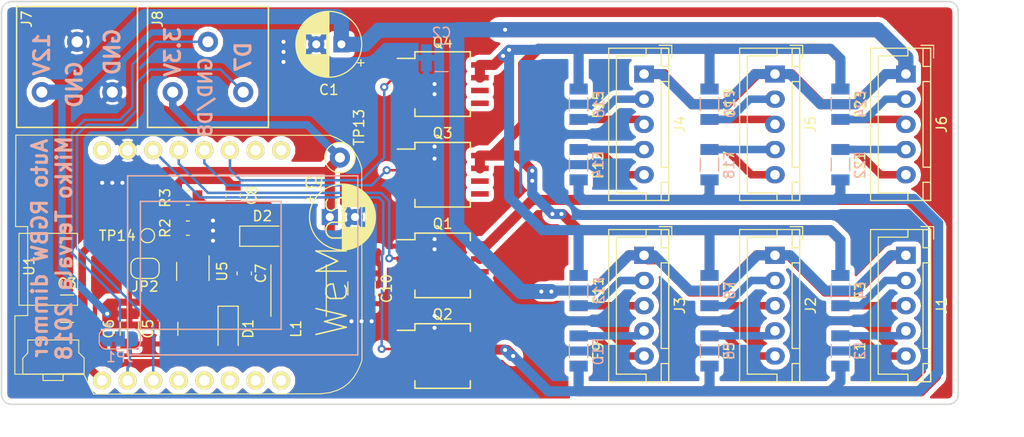
<source format=kicad_pcb>
(kicad_pcb (version 20171130) (host pcbnew "(5.0.0-rc2-dev-321-g78161b592)")
  (layers (0 F.Cu signal) (31 B.Cu signal) (34 B.Paste user) (35 F.Paste user) (36 B.SilkS user) (37 F.SilkS user) (38 B.Mask user) (39 F.Mask user) (44 Edge.Cuts user))
  (net 0 "")
  (net 1 GND)
  (net 2 +12V)
  (net 3 +3V3)
  (net 4 "Net-(C7-Pad1)")
  (net 5 "Net-(C7-Pad2)")
  (net 6 "Net-(C8-Pad1)")
  (net 7 "Net-(F1-Pad1)")
  (net 8 "Net-(F1-Pad2)")
  (net 9 "Net-(F10-Pad2)")
  (net 10 "Net-(F2-Pad1)")
  (net 11 "Net-(F3-Pad1)")
  (net 12 "Net-(F11-Pad2)")
  (net 13 "Net-(F12-Pad2)")
  (net 14 "Net-(F4-Pad1)")
  (net 15 "Net-(F5-Pad1)")
  (net 16 "Net-(F6-Pad1)")
  (net 17 "Net-(F7-Pad1)")
  (net 18 "Net-(F8-Pad1)")
  (net 19 "Net-(F9-Pad1)")
  (net 20 "Net-(F10-Pad1)")
  (net 21 "Net-(F11-Pad1)")
  (net 22 "Net-(F12-Pad1)")
  (net 23 "Net-(F13-Pad1)")
  (net 24 "Net-(F14-Pad1)")
  (net 25 "Net-(F15-Pad1)")
  (net 26 "Net-(F16-Pad1)")
  (net 27 "Net-(F17-Pad1)")
  (net 28 "Net-(F18-Pad1)")
  (net 29 "Net-(F19-Pad1)")
  (net 30 "Net-(F20-Pad1)")
  (net 31 "Net-(U1-Pad8)")
  (net 32 "Net-(U1-Pad7)")
  (net 33 fet_R)
  (net 34 fet_G)
  (net 35 fet_B)
  (net 36 fet_W)
  (net 37 "Net-(U1-Pad1)")
  (net 38 "Net-(U1-Pad13)")
  (net 39 "Net-(U1-Pad12)")
  (net 40 "Net-(U1-Pad11)")
  (net 41 "Net-(U1-Pad10)")
  (net 42 "Net-(U1-Pad9)")
  (net 43 "Net-(F21-Pad1)")
  (net 44 "Net-(F22-Pad1)")
  (net 45 "Net-(F23-Pad1)")
  (net 46 "Net-(F24-Pad1)")
  (net 47 "Net-(J8-Pad3)")
  (net 48 "Net-(JP1-Pad3)")
  (net 49 "Net-(J8-Pad2)")
  (net 50 "Net-(JP2-Pad1)")
  (module Jumper:SolderJumper-2_P1.3mm_Bridged_RoundedPad1.0x1.5mm (layer F.Cu) (at 126.25 79.5 180)
    (fp_text reference JP2 (at 0 -1.8 180) (layer F.SilkS))
    (fp_text value SolderJumper_2_Bridged)
    (pad 1 smd rect (at 0 0 180) (size 0.5 0.6) (layers F.Cu F.Mask) (net 50 "Net-(JP2-Pad1)"))
    (pad 2 smd roundrect (at 0.65 0 180) (size 1 1.5) (layers F.Cu F.Mask) (roundrect_rratio 0.5) (net 2 +12V))
    (pad 1 smd roundrect (at -0.65 0 180) (size 1 1.5) (layers F.Cu F.Mask) (roundrect_rratio 0.5) (net 50 "Net-(JP2-Pad1)"))
    (pad 1 smd rect (at -0.4 0 180) (size 0.5 1.5) (layers F.Cu F.Mask) (net 50 "Net-(JP2-Pad1)"))
    (pad 2 smd rect (at 0.4 0 180) (size 0.5 1.5) (layers F.Cu F.Mask) (net 2 +12V))
  )
  (module TestPoint:TestPoint_Pad_D1.0mm (layer F.Cu) (at 126.5 76.25)
    (fp_text reference TP14 (at -3 0) (layer F.SilkS))
    (fp_text value SHDN)
    (pad 1 smd circle (at 0 0) (size 1 1) (layers F.Cu F.Mask) (net 50 "Net-(JP2-Pad1)"))
  )
  (module aOmat_liittimet:WJ250B-3.50-3P (layer F.Cu) (at 132.5 59.5)
    (fp_text reference J8 (at -5 -4.75 90) (layer F.SilkS))
    (fp_text value Conn_01x03)
    (pad 1 thru_hole circle (at -3.5 2.5) (size 2 2) (drill 1.1) (layers *.Cu *.Mask) (net 3 +3V3))
    (pad 2 thru_hole circle (at 0 -2.5) (size 2 2) (drill 1.1) (layers *.Cu *.Mask) (net 49 "Net-(J8-Pad2)"))
    (pad 3 thru_hole circle (at 3.5 2.5) (size 2 2) (drill 1.1) (layers *.Cu *.Mask) (net 47 "Net-(J8-Pad3)"))
  )
  (module wemos_d1_mini:D1_mini_board (layer F.Cu) (at 129.6 79.2 270)
    (fp_text reference U1 (at 0.05 14.85 270) (layer F.SilkS))
    (fp_text value WeMos_mini)
    (fp_text user WeMos (at 0 -15.24 270) (layer F.SilkS) (effects (font (size 3 3))))
    (pad 9 thru_hole circle (at 11.43 -10.16 270) (size 1.8 1.8) (drill 1.016) (layers *.Cu *.Mask F.SilkS) (net 42 "Net-(U1-Pad9)"))
    (pad 10 thru_hole circle (at 11.43 -7.62 270) (size 1.8 1.8) (drill 1.016) (layers *.Cu *.Mask F.SilkS) (net 41 "Net-(U1-Pad10)"))
    (pad 11 thru_hole circle (at 11.43 -5.08 270) (size 1.8 1.8) (drill 1.016) (layers *.Cu *.Mask F.SilkS) (net 40 "Net-(U1-Pad11)"))
    (pad 12 thru_hole circle (at 11.43 -2.54 270) (size 1.8 1.8) (drill 1.016) (layers *.Cu *.Mask F.SilkS) (net 39 "Net-(U1-Pad12)"))
    (pad 13 thru_hole circle (at 11.43 0 270) (size 1.8 1.8) (drill 1.016) (layers *.Cu *.Mask F.SilkS) (net 38 "Net-(U1-Pad13)"))
    (pad 14 thru_hole circle (at 11.43 2.54 270) (size 1.8 1.8) (drill 1.016) (layers *.Cu *.Mask F.SilkS) (net 47 "Net-(J8-Pad3)"))
    (pad 15 thru_hole circle (at 11.43 5.08 270) (size 1.8 1.8) (drill 1.016) (layers *.Cu *.Mask F.SilkS) (net 48 "Net-(JP1-Pad3)"))
    (pad 16 thru_hole circle (at 11.43 7.62 270) (size 1.8 1.8) (drill 1.016) (layers *.Cu *.Mask F.SilkS) (net 3 +3V3))
    (pad 1 thru_hole circle (at -11.43 7.62 270) (size 1.8 1.8) (drill 1.016) (layers *.Cu *.Mask F.SilkS) (net 37 "Net-(U1-Pad1)"))
    (pad 2 thru_hole circle (at -11.43 5.08 270) (size 1.8 1.8) (drill 1.016) (layers *.Cu *.Mask F.SilkS) (net 1 GND))
    (pad 3 thru_hole circle (at -11.43 2.54 270) (size 1.8 1.8) (drill 1.016) (layers *.Cu *.Mask F.SilkS) (net 36 fet_W))
    (pad 4 thru_hole circle (at -11.43 0 270) (size 1.8 1.8) (drill 1.016) (layers *.Cu *.Mask F.SilkS) (net 35 fet_B))
    (pad 5 thru_hole circle (at -11.43 -2.54 270) (size 1.8 1.8) (drill 1.016) (layers *.Cu *.Mask F.SilkS) (net 33 fet_R))
    (pad 6 thru_hole circle (at -11.43 -5.08 270) (size 1.8 1.8) (drill 1.016) (layers *.Cu *.Mask F.SilkS) (net 34 fet_G))
    (pad 7 thru_hole circle (at -11.43 -7.62 270) (size 1.8 1.8) (drill 1.016) (layers *.Cu *.Mask F.SilkS) (net 32 "Net-(U1-Pad7)"))
    (pad 8 thru_hole circle (at -11.43 -10.16 270) (size 1.8 1.8) (drill 1.016) (layers *.Cu *.Mask F.SilkS) (net 31 "Net-(U1-Pad8)"))
  )
  (module Jumper:SolderJumper-3_P1.3mm_Bridged12_RoundedPad1.0x1.5mm (layer B.Cu) (at 123.75 86.5)
    (fp_text reference JP1 (at 0 1.8) (layer B.SilkS) (effects (justify mirror)))
    (fp_text value SolderJumper_3_Bridged12)
    (pad 1 smd roundrect (at -1.3 0) (size 1 1.5) (layers B.Cu B.Mask) (roundrect_rratio 0.5) (net 1 GND))
    (pad 1 smd rect (at -1 0) (size 0.5 1.5) (layers B.Cu B.Mask) (net 1 GND))
    (pad 2 smd rect (at 0 0) (size 1 1.5) (layers B.Cu B.Mask) (net 49 "Net-(J8-Pad2)"))
    (pad 3 smd roundrect (at 1.3 0) (size 1 1.5) (layers B.Cu B.Mask) (roundrect_rratio 0.5) (net 48 "Net-(JP1-Pad3)"))
    (pad 3 smd rect (at 1 0) (size 0.5 1.5) (layers B.Cu B.Mask) (net 48 "Net-(JP1-Pad3)"))
    (pad 1 smd rect (at -0.65 0) (size 0.5 0.6) (layers B.Cu B.Mask) (net 1 GND))
  )
  (module Capacitor_SMD:C_0805_2012Metric (layer F.Cu) (at 135 72.25 270)
    (fp_text reference C8 (at 0 -1.85 270) (layer F.SilkS))
    (fp_text value 10pF)
    (pad 2 smd rect (at 0.955 0 270) (size 0.97 1.5) (layers F.Cu F.Paste F.Mask) (net 3 +3V3))
    (pad 1 smd rect (at -0.955 0 270) (size 0.97 1.5) (layers F.Cu F.Paste F.Mask) (net 6 "Net-(C8-Pad1)"))
  )
  (module Connector_JST:JST_XH_B05B-XH-A_1x05_P2.50mm_Vertical (layer F.Cu) (at 175.8 78.2 270)
    (fp_text reference J3 (at 5 -3.55 270) (layer F.SilkS))
    (fp_text value Conn_01x05_Male)
    (pad 5 thru_hole oval (at 10 0 270) (size 1.7 1.95) (drill 0.95) (layers *.Cu *.Mask) (net 19 "Net-(F9-Pad1)"))
    (pad 4 thru_hole oval (at 7.5 0 270) (size 1.7 1.95) (drill 0.95) (layers *.Cu *.Mask) (net 20 "Net-(F10-Pad1)"))
    (pad 3 thru_hole oval (at 5 0 270) (size 1.7 1.95) (drill 0.95) (layers *.Cu *.Mask) (net 21 "Net-(F11-Pad1)"))
    (pad 2 thru_hole oval (at 2.5 0 270) (size 1.7 1.95) (drill 0.95) (layers *.Cu *.Mask) (net 22 "Net-(F12-Pad1)"))
    (pad 1 thru_hole rect (at 0 0 270) (size 1.7 1.95) (drill 0.95) (layers *.Cu *.Mask) (net 2 +12V))
  )
  (module Fuse:Fuse_1206_3216Metric (layer B.Cu) (at 195.3 87.695 270)
    (fp_text reference F2 (at 0 -1.95 270) (layer B.SilkS) (effects (justify mirror)))
    (fp_text value Polyfuse_Small)
    (pad 2 smd rect (at 1.505 0 270) (size 1.07 1.8) (layers B.Cu B.Paste B.Mask) (net 9 "Net-(F10-Pad2)"))
    (pad 1 smd rect (at -1.505 0 270) (size 1.07 1.8) (layers B.Cu B.Paste B.Mask) (net 10 "Net-(F2-Pad1)"))
  )
  (module Fuse:Fuse_1206_3216Metric (layer F.Cu) (at 195.3 87.7 270)
    (fp_text reference F1 (at 0 -1.95 270) (layer F.SilkS))
    (fp_text value Polyfuse_Small)
    (pad 2 smd rect (at 1.505 0 270) (size 1.07 1.8) (layers F.Cu F.Paste F.Mask) (net 8 "Net-(F1-Pad2)"))
    (pad 1 smd rect (at -1.505 0 270) (size 1.07 1.8) (layers F.Cu F.Paste F.Mask) (net 7 "Net-(F1-Pad1)"))
  )
  (module Fuse:Fuse_1206_3216Metric (layer B.Cu) (at 195.3 81.705 90)
    (fp_text reference F4 (at 0 2.05 90) (layer B.SilkS) (effects (justify mirror)))
    (fp_text value Polyfuse_Small)
    (pad 2 smd rect (at 1.505 0 90) (size 1.07 1.8) (layers B.Cu B.Paste B.Mask) (net 13 "Net-(F12-Pad2)"))
    (pad 1 smd rect (at -1.505 0 90) (size 1.07 1.8) (layers B.Cu B.Paste B.Mask) (net 14 "Net-(F4-Pad1)"))
  )
  (module Fuse:Fuse_1206_3216Metric (layer B.Cu) (at 182.3 87.7 270)
    (fp_text reference F6 (at 0 -1.95 270) (layer B.SilkS) (effects (justify mirror)))
    (fp_text value Polyfuse_Small)
    (pad 2 smd rect (at 1.505 0 270) (size 1.07 1.8) (layers B.Cu B.Paste B.Mask) (net 9 "Net-(F10-Pad2)"))
    (pad 1 smd rect (at -1.505 0 270) (size 1.07 1.8) (layers B.Cu B.Paste B.Mask) (net 16 "Net-(F6-Pad1)"))
  )
  (module Fuse:Fuse_1206_3216Metric (layer B.Cu) (at 182.3 81.7 90)
    (fp_text reference F8 (at 0 2.05 90) (layer B.SilkS) (effects (justify mirror)))
    (fp_text value Polyfuse_Small)
    (pad 2 smd rect (at 1.505 0 90) (size 1.07 1.8) (layers B.Cu B.Paste B.Mask) (net 13 "Net-(F12-Pad2)"))
    (pad 1 smd rect (at -1.505 0 90) (size 1.07 1.8) (layers B.Cu B.Paste B.Mask) (net 18 "Net-(F8-Pad1)"))
  )
  (module Fuse:Fuse_1206_3216Metric (layer F.Cu) (at 169.3 87.7 270)
    (fp_text reference F9 (at 0 -1.95 270) (layer F.SilkS))
    (fp_text value Polyfuse_Small)
    (pad 2 smd rect (at 1.505 0 270) (size 1.07 1.8) (layers F.Cu F.Paste F.Mask) (net 8 "Net-(F1-Pad2)"))
    (pad 1 smd rect (at -1.505 0 270) (size 1.07 1.8) (layers F.Cu F.Paste F.Mask) (net 19 "Net-(F9-Pad1)"))
  )
  (module Fuse:Fuse_1206_3216Metric (layer F.Cu) (at 182.3 87.7 270)
    (fp_text reference F5 (at 0 -1.95 270) (layer F.SilkS))
    (fp_text value Polyfuse_Small)
    (pad 2 smd rect (at 1.505 0 270) (size 1.07 1.8) (layers F.Cu F.Paste F.Mask) (net 8 "Net-(F1-Pad2)"))
    (pad 1 smd rect (at -1.505 0 270) (size 1.07 1.8) (layers F.Cu F.Paste F.Mask) (net 15 "Net-(F5-Pad1)"))
  )
  (module Fuse:Fuse_1206_3216Metric (layer B.Cu) (at 169.3 87.705 270)
    (fp_text reference F10 (at 0.045 -1.95 270) (layer B.SilkS) (effects (justify mirror)))
    (fp_text value Polyfuse_Small)
    (pad 2 smd rect (at 1.505 0 270) (size 1.07 1.8) (layers B.Cu B.Paste B.Mask) (net 9 "Net-(F10-Pad2)"))
    (pad 1 smd rect (at -1.505 0 270) (size 1.07 1.8) (layers B.Cu B.Paste B.Mask) (net 20 "Net-(F10-Pad1)"))
  )
  (module Fuse:Fuse_1206_3216Metric (layer F.Cu) (at 169.3 81.705 90)
    (fp_text reference F11 (at 0 1.95 90) (layer F.SilkS))
    (fp_text value Polyfuse_Small)
    (pad 2 smd rect (at 1.505 0 90) (size 1.07 1.8) (layers F.Cu F.Paste F.Mask) (net 12 "Net-(F11-Pad2)"))
    (pad 1 smd rect (at -1.505 0 90) (size 1.07 1.8) (layers F.Cu F.Paste F.Mask) (net 21 "Net-(F11-Pad1)"))
  )
  (module Fuse:Fuse_1206_3216Metric (layer F.Cu) (at 169.3 69.2 270)
    (fp_text reference F13 (at 0.05 -1.95 270) (layer F.SilkS))
    (fp_text value Polyfuse_Small)
    (pad 2 smd rect (at 1.505 0 270) (size 1.07 1.8) (layers F.Cu F.Paste F.Mask) (net 8 "Net-(F1-Pad2)"))
    (pad 1 smd rect (at -1.505 0 270) (size 1.07 1.8) (layers F.Cu F.Paste F.Mask) (net 23 "Net-(F13-Pad1)"))
  )
  (module Fuse:Fuse_1206_3216Metric (layer B.Cu) (at 169.3 69.2 270)
    (fp_text reference F14 (at 0 -1.95 270) (layer B.SilkS) (effects (justify mirror)))
    (fp_text value Polyfuse_Small)
    (pad 2 smd rect (at 1.505 0 270) (size 1.07 1.8) (layers B.Cu B.Paste B.Mask) (net 9 "Net-(F10-Pad2)"))
    (pad 1 smd rect (at -1.505 0 270) (size 1.07 1.8) (layers B.Cu B.Paste B.Mask) (net 24 "Net-(F14-Pad1)"))
  )
  (module Fuse:Fuse_1206_3216Metric (layer F.Cu) (at 169.3 63.2 90)
    (fp_text reference F15 (at -0.05 1.95 90) (layer F.SilkS))
    (fp_text value Polyfuse_Small)
    (pad 2 smd rect (at 1.505 0 90) (size 1.07 1.8) (layers F.Cu F.Paste F.Mask) (net 12 "Net-(F11-Pad2)"))
    (pad 1 smd rect (at -1.505 0 90) (size 1.07 1.8) (layers F.Cu F.Paste F.Mask) (net 25 "Net-(F15-Pad1)"))
  )
  (module Fuse:Fuse_1206_3216Metric (layer B.Cu) (at 169.3 63.2 90)
    (fp_text reference F16 (at 0 2.05 90) (layer B.SilkS) (effects (justify mirror)))
    (fp_text value Polyfuse_Small)
    (pad 2 smd rect (at 1.505 0 90) (size 1.07 1.8) (layers B.Cu B.Paste B.Mask) (net 13 "Net-(F12-Pad2)"))
    (pad 1 smd rect (at -1.505 0 90) (size 1.07 1.8) (layers B.Cu B.Paste B.Mask) (net 26 "Net-(F16-Pad1)"))
  )
  (module Fuse:Fuse_1206_3216Metric (layer F.Cu) (at 182.3 69.2 270)
    (fp_text reference F17 (at 0 -1.95 270) (layer F.SilkS))
    (fp_text value Polyfuse_Small)
    (pad 2 smd rect (at 1.505 0 270) (size 1.07 1.8) (layers F.Cu F.Paste F.Mask) (net 8 "Net-(F1-Pad2)"))
    (pad 1 smd rect (at -1.505 0 270) (size 1.07 1.8) (layers F.Cu F.Paste F.Mask) (net 27 "Net-(F17-Pad1)"))
  )
  (module Fuse:Fuse_1206_3216Metric (layer B.Cu) (at 182.3 69.2 270)
    (fp_text reference F18 (at 0.05 -1.95 270) (layer B.SilkS) (effects (justify mirror)))
    (fp_text value Polyfuse_Small)
    (pad 2 smd rect (at 1.505 0 270) (size 1.07 1.8) (layers B.Cu B.Paste B.Mask) (net 9 "Net-(F10-Pad2)"))
    (pad 1 smd rect (at -1.505 0 270) (size 1.07 1.8) (layers B.Cu B.Paste B.Mask) (net 28 "Net-(F18-Pad1)"))
  )
  (module Fuse:Fuse_1206_3216Metric (layer F.Cu) (at 182.3 63.2 90)
    (fp_text reference F19 (at 0.2 1.95 90) (layer F.SilkS))
    (fp_text value Polyfuse_Small)
    (pad 2 smd rect (at 1.505 0 90) (size 1.07 1.8) (layers F.Cu F.Paste F.Mask) (net 12 "Net-(F11-Pad2)"))
    (pad 1 smd rect (at -1.505 0 90) (size 1.07 1.8) (layers F.Cu F.Paste F.Mask) (net 29 "Net-(F19-Pad1)"))
  )
  (module Fuse:Fuse_1206_3216Metric (layer B.Cu) (at 182.3 63.2 90)
    (fp_text reference F20 (at 0 2.05 90) (layer B.SilkS) (effects (justify mirror)))
    (fp_text value Polyfuse_Small)
    (pad 2 smd rect (at 1.505 0 90) (size 1.07 1.8) (layers B.Cu B.Paste B.Mask) (net 13 "Net-(F12-Pad2)"))
    (pad 1 smd rect (at -1.505 0 90) (size 1.07 1.8) (layers B.Cu B.Paste B.Mask) (net 30 "Net-(F20-Pad1)"))
  )
  (module Fuse:Fuse_1206_3216Metric (layer B.Cu) (at 169.3 81.7 90)
    (fp_text reference F12 (at 0 2.05 90) (layer B.SilkS) (effects (justify mirror)))
    (fp_text value Polyfuse_Small)
    (pad 2 smd rect (at 1.505 0 90) (size 1.07 1.8) (layers B.Cu B.Paste B.Mask) (net 13 "Net-(F12-Pad2)"))
    (pad 1 smd rect (at -1.505 0 90) (size 1.07 1.8) (layers B.Cu B.Paste B.Mask) (net 22 "Net-(F12-Pad1)"))
  )
  (module Fuse:Fuse_1206_3216Metric (layer F.Cu) (at 195.3 81.7 90)
    (fp_text reference F3 (at 0 1.95 90) (layer F.SilkS))
    (fp_text value Polyfuse_Small)
    (pad 2 smd rect (at 1.505 0 90) (size 1.07 1.8) (layers F.Cu F.Paste F.Mask) (net 12 "Net-(F11-Pad2)"))
    (pad 1 smd rect (at -1.505 0 90) (size 1.07 1.8) (layers F.Cu F.Paste F.Mask) (net 11 "Net-(F3-Pad1)"))
  )
  (module Fuse:Fuse_1206_3216Metric (layer F.Cu) (at 182.3 81.7 90)
    (fp_text reference F7 (at 0 1.95 90) (layer F.SilkS))
    (fp_text value Polyfuse_Small)
    (pad 2 smd rect (at 1.505 0 90) (size 1.07 1.8) (layers F.Cu F.Paste F.Mask) (net 12 "Net-(F11-Pad2)"))
    (pad 1 smd rect (at -1.505 0 90) (size 1.07 1.8) (layers F.Cu F.Paste F.Mask) (net 17 "Net-(F7-Pad1)"))
  )
  (module Fuse:Fuse_1206_3216Metric (layer F.Cu) (at 195.3 69.205 270)
    (fp_text reference F21 (at 0.045 -1.95 270) (layer F.SilkS))
    (fp_text value Polyfuse_Small)
    (pad 2 smd rect (at 1.505 0 270) (size 1.07 1.8) (layers F.Cu F.Paste F.Mask) (net 8 "Net-(F1-Pad2)"))
    (pad 1 smd rect (at -1.505 0 270) (size 1.07 1.8) (layers F.Cu F.Paste F.Mask) (net 43 "Net-(F21-Pad1)"))
  )
  (module Fuse:Fuse_1206_3216Metric (layer B.Cu) (at 195.3 63.195 90)
    (fp_text reference F24 (at 0 2.05 90) (layer B.SilkS) (effects (justify mirror)))
    (fp_text value Polyfuse_Small)
    (pad 2 smd rect (at 1.505 0 90) (size 1.07 1.8) (layers B.Cu B.Paste B.Mask) (net 13 "Net-(F12-Pad2)"))
    (pad 1 smd rect (at -1.505 0 90) (size 1.07 1.8) (layers B.Cu B.Paste B.Mask) (net 46 "Net-(F24-Pad1)"))
  )
  (module Fuse:Fuse_1206_3216Metric (layer F.Cu) (at 195.3 63.2 90)
    (fp_text reference F23 (at 0 1.95 90) (layer F.SilkS))
    (fp_text value Polyfuse_Small)
    (pad 2 smd rect (at 1.505 0 90) (size 1.07 1.8) (layers F.Cu F.Paste F.Mask) (net 12 "Net-(F11-Pad2)"))
    (pad 1 smd rect (at -1.505 0 90) (size 1.07 1.8) (layers F.Cu F.Paste F.Mask) (net 45 "Net-(F23-Pad1)"))
  )
  (module Fuse:Fuse_1206_3216Metric (layer B.Cu) (at 195.3 69.2 270)
    (fp_text reference F22 (at 0.05 -1.95 270) (layer B.SilkS) (effects (justify mirror)))
    (fp_text value Polyfuse_Small)
    (pad 2 smd rect (at 1.505 0 270) (size 1.07 1.8) (layers B.Cu B.Paste B.Mask) (net 9 "Net-(F10-Pad2)"))
    (pad 1 smd rect (at -1.505 0 270) (size 1.07 1.8) (layers B.Cu B.Paste B.Mask) (net 44 "Net-(F22-Pad1)"))
  )
  (module Connector_JST:JST_XH_B05B-XH-A_1x05_P2.50mm_Vertical (layer F.Cu) (at 201.8 78.2 270)
    (fp_text reference J1 (at 5 -3.55 270) (layer F.SilkS))
    (fp_text value Conn_01x05_Male)
    (pad 5 thru_hole oval (at 10 0 270) (size 1.7 1.95) (drill 0.95) (layers *.Cu *.Mask) (net 7 "Net-(F1-Pad1)"))
    (pad 4 thru_hole oval (at 7.5 0 270) (size 1.7 1.95) (drill 0.95) (layers *.Cu *.Mask) (net 10 "Net-(F2-Pad1)"))
    (pad 3 thru_hole oval (at 5 0 270) (size 1.7 1.95) (drill 0.95) (layers *.Cu *.Mask) (net 11 "Net-(F3-Pad1)"))
    (pad 2 thru_hole oval (at 2.5 0 270) (size 1.7 1.95) (drill 0.95) (layers *.Cu *.Mask) (net 14 "Net-(F4-Pad1)"))
    (pad 1 thru_hole rect (at 0 0 270) (size 1.7 1.95) (drill 0.95) (layers *.Cu *.Mask) (net 2 +12V))
  )
  (module Connector_JST:JST_XH_B05B-XH-A_1x05_P2.50mm_Vertical (layer F.Cu) (at 188.8 78.2 270)
    (fp_text reference J2 (at 5 -3.55 270) (layer F.SilkS))
    (fp_text value Conn_01x05_Male)
    (pad 5 thru_hole oval (at 10 0 270) (size 1.7 1.95) (drill 0.95) (layers *.Cu *.Mask) (net 15 "Net-(F5-Pad1)"))
    (pad 4 thru_hole oval (at 7.5 0 270) (size 1.7 1.95) (drill 0.95) (layers *.Cu *.Mask) (net 16 "Net-(F6-Pad1)"))
    (pad 3 thru_hole oval (at 5 0 270) (size 1.7 1.95) (drill 0.95) (layers *.Cu *.Mask) (net 17 "Net-(F7-Pad1)"))
    (pad 2 thru_hole oval (at 2.5 0 270) (size 1.7 1.95) (drill 0.95) (layers *.Cu *.Mask) (net 18 "Net-(F8-Pad1)"))
    (pad 1 thru_hole rect (at 0 0 270) (size 1.7 1.95) (drill 0.95) (layers *.Cu *.Mask) (net 2 +12V))
  )
  (module Connector_JST:JST_XH_B05B-XH-A_1x05_P2.50mm_Vertical (layer F.Cu) (at 175.8 60.2 270)
    (fp_text reference J4 (at 5 -3.55 270) (layer F.SilkS))
    (fp_text value Conn_01x05_Male)
    (pad 5 thru_hole oval (at 10 0 270) (size 1.7 1.95) (drill 0.95) (layers *.Cu *.Mask) (net 23 "Net-(F13-Pad1)"))
    (pad 4 thru_hole oval (at 7.5 0 270) (size 1.7 1.95) (drill 0.95) (layers *.Cu *.Mask) (net 24 "Net-(F14-Pad1)"))
    (pad 3 thru_hole oval (at 5 0 270) (size 1.7 1.95) (drill 0.95) (layers *.Cu *.Mask) (net 25 "Net-(F15-Pad1)"))
    (pad 2 thru_hole oval (at 2.5 0 270) (size 1.7 1.95) (drill 0.95) (layers *.Cu *.Mask) (net 26 "Net-(F16-Pad1)"))
    (pad 1 thru_hole rect (at 0 0 270) (size 1.7 1.95) (drill 0.95) (layers *.Cu *.Mask) (net 2 +12V))
  )
  (module Connector_JST:JST_XH_B05B-XH-A_1x05_P2.50mm_Vertical (layer F.Cu) (at 201.8 60.2 270)
    (fp_text reference J6 (at 5 -3.55 270) (layer F.SilkS))
    (fp_text value Conn_01x05_Male)
    (pad 5 thru_hole oval (at 10 0 270) (size 1.7 1.95) (drill 0.95) (layers *.Cu *.Mask) (net 43 "Net-(F21-Pad1)"))
    (pad 4 thru_hole oval (at 7.5 0 270) (size 1.7 1.95) (drill 0.95) (layers *.Cu *.Mask) (net 44 "Net-(F22-Pad1)"))
    (pad 3 thru_hole oval (at 5 0 270) (size 1.7 1.95) (drill 0.95) (layers *.Cu *.Mask) (net 45 "Net-(F23-Pad1)"))
    (pad 2 thru_hole oval (at 2.5 0 270) (size 1.7 1.95) (drill 0.95) (layers *.Cu *.Mask) (net 46 "Net-(F24-Pad1)"))
    (pad 1 thru_hole rect (at 0 0 270) (size 1.7 1.95) (drill 0.95) (layers *.Cu *.Mask) (net 2 +12V))
  )
  (module Connector_JST:JST_XH_B05B-XH-A_1x05_P2.50mm_Vertical (layer F.Cu) (at 188.8 60.2 270)
    (fp_text reference J5 (at 5 -3.55 270) (layer F.SilkS))
    (fp_text value Conn_01x05_Male)
    (pad 5 thru_hole oval (at 10 0 270) (size 1.7 1.95) (drill 0.95) (layers *.Cu *.Mask) (net 27 "Net-(F17-Pad1)"))
    (pad 4 thru_hole oval (at 7.5 0 270) (size 1.7 1.95) (drill 0.95) (layers *.Cu *.Mask) (net 28 "Net-(F18-Pad1)"))
    (pad 3 thru_hole oval (at 5 0 270) (size 1.7 1.95) (drill 0.95) (layers *.Cu *.Mask) (net 29 "Net-(F19-Pad1)"))
    (pad 2 thru_hole oval (at 2.5 0 270) (size 1.7 1.95) (drill 0.95) (layers *.Cu *.Mask) (net 30 "Net-(F20-Pad1)"))
    (pad 1 thru_hole rect (at 0 0 270) (size 1.7 1.95) (drill 0.95) (layers *.Cu *.Mask) (net 2 +12V))
  )
  (module aOmat_liittimet:WJ250B-3.50-3P (layer F.Cu) (at 119.5 59.5)
    (fp_text reference J7 (at -5 -4.75 90) (layer F.SilkS))
    (fp_text value Conn_01x03)
    (pad 3 thru_hole circle (at 3.5 2.5) (size 2 2) (drill 1.1) (layers *.Cu *.Mask) (net 1 GND))
    (pad 2 thru_hole circle (at 0 -2.5) (size 2 2) (drill 1.1) (layers *.Cu *.Mask) (net 1 GND))
    (pad 1 thru_hole circle (at -3.5 2.5) (size 2 2) (drill 1.1) (layers *.Cu *.Mask) (net 2 +12V))
  )
  (module Capacitor_THT:CP_Radial_D6.3mm_P2.50mm (layer F.Cu) (at 145.75 57.25 180)
    (fp_text reference C1 (at 1.25 -4.52 180) (layer F.SilkS))
    (fp_text value 100uF)
    (pad 2 thru_hole circle (at 2.5 0 180) (size 1.6 1.6) (drill 0.8) (layers *.Cu *.Mask) (net 1 GND))
    (pad 1 thru_hole rect (at 0 0 180) (size 1.6 1.6) (drill 0.8) (layers *.Cu *.Mask) (net 2 +12V))
  )
  (module Capacitor_SMD:C_1210_3225Metric (layer B.Cu) (at 155.695 58.6 180)
    (fp_text reference C2 (at 0 2.5 180) (layer B.SilkS) (effects (justify mirror)))
    (fp_text value 10uF)
    (pad 2 smd rect (at 1.505 0 180) (size 1.07 2.7) (layers B.Cu B.Paste B.Mask) (net 1 GND))
    (pad 1 smd rect (at -1.505 0 180) (size 1.07 2.7) (layers B.Cu B.Paste B.Mask) (net 2 +12V))
  )
  (module Capacitor_SMD:C_1210_3225Metric (layer F.Cu) (at 118.505 83.5)
    (fp_text reference C3 (at 0 -2.5) (layer F.SilkS))
    (fp_text value 10uF)
    (pad 2 smd rect (at 1.505 0) (size 1.07 2.7) (layers F.Cu F.Paste F.Mask) (net 3 +3V3))
    (pad 1 smd rect (at -1.505 0) (size 1.07 2.7) (layers F.Cu F.Paste F.Mask) (net 1 GND))
  )
  (module Capacitor_SMD:C_1206_3216Metric (layer F.Cu) (at 128.6 85.5 90)
    (fp_text reference C5 (at 0 -2.05 90) (layer F.SilkS))
    (fp_text value 1uF)
    (pad 2 smd rect (at 1.505 0 90) (size 1.07 1.8) (layers F.Cu F.Paste F.Mask) (net 2 +12V))
    (pad 1 smd rect (at -1.505 0 90) (size 1.07 1.8) (layers F.Cu F.Paste F.Mask) (net 1 GND))
  )
  (module Capacitor_SMD:C_1206_3216Metric (layer F.Cu) (at 124.7 85.5 90)
    (fp_text reference C6 (at 0 -2.05 90) (layer F.SilkS))
    (fp_text value 1uF)
    (pad 2 smd rect (at 1.505 0 90) (size 1.07 1.8) (layers F.Cu F.Paste F.Mask) (net 2 +12V))
    (pad 1 smd rect (at -1.505 0 90) (size 1.07 1.8) (layers F.Cu F.Paste F.Mask) (net 1 GND))
  )
  (module Capacitor_SMD:C_0805_2012Metric (layer F.Cu) (at 136.1 80 270)
    (fp_text reference C7 (at 0 -1.65 270) (layer F.SilkS))
    (fp_text value 0.1uF)
    (pad 2 smd rect (at 0.955 0 270) (size 0.97 1.5) (layers F.Cu F.Paste F.Mask) (net 5 "Net-(C7-Pad2)"))
    (pad 1 smd rect (at -0.955 0 270) (size 0.97 1.5) (layers F.Cu F.Paste F.Mask) (net 4 "Net-(C7-Pad1)"))
  )
  (module Capacitor_THT:CP_Radial_D6.3mm_P2.50mm (layer F.Cu) (at 144.6 74.4)
    (fp_text reference C9 (at -1.6 -3.4) (layer F.SilkS))
    (fp_text value 120uF)
    (pad 2 thru_hole circle (at 2.5 0) (size 1.6 1.6) (drill 0.8) (layers *.Cu *.Mask) (net 1 GND))
    (pad 1 thru_hole rect (at 0 0) (size 1.6 1.6) (drill 0.8) (layers *.Cu *.Mask) (net 3 +3V3))
  )
  (module Capacitor_SMD:C_1210_3225Metric (layer F.Cu) (at 147.75 81.5 270)
    (fp_text reference C10 (at 0 -2.5 270) (layer F.SilkS))
    (fp_text value 10uF)
    (pad 2 smd rect (at 1.505 0 270) (size 1.07 2.7) (layers F.Cu F.Paste F.Mask) (net 1 GND))
    (pad 1 smd rect (at -1.505 0 270) (size 1.07 2.7) (layers F.Cu F.Paste F.Mask) (net 3 +3V3))
  )
  (module Diode_SMD:D_SOD-123 (layer F.Cu) (at 134.5 85.5 270)
    (fp_text reference D1 (at 0 -2 270) (layer F.SilkS))
    (fp_text value MBR0540)
    (pad 2 smd rect (at 1.65 0 270) (size 0.9 1.2) (layers F.Cu F.Paste F.Mask) (net 1 GND))
    (pad 1 smd rect (at -1.65 0 270) (size 0.9 1.2) (layers F.Cu F.Paste F.Mask) (net 5 "Net-(C7-Pad2)"))
  )
  (module Diode_SMD:D_SOD-123 (layer F.Cu) (at 137.9 76.3)
    (fp_text reference D2 (at 0 -2) (layer F.SilkS))
    (fp_text value MBR0540)
    (pad 2 smd rect (at 1.65 0) (size 0.9 1.2) (layers F.Cu F.Paste F.Mask) (net 3 +3V3))
    (pad 1 smd rect (at -1.65 0) (size 0.9 1.2) (layers F.Cu F.Paste F.Mask) (net 4 "Net-(C7-Pad1)"))
  )
  (module aOmat_osat:L_SUMIDA_CDRH5D28 (layer F.Cu) (at 141.5 81.7 90)
    (fp_text reference L1 (at -3.8 -0.25 90) (layer F.SilkS))
    (fp_text value 68uH)
    (pad 2 smd rect (at 1.7 0 90) (size 1.9 5.3) (layers F.Cu F.Paste F.Mask) (net 3 +3V3))
    (pad 1 smd rect (at -1.7 0 90) (size 1.9 5.3) (layers F.Cu F.Paste F.Mask) (net 5 "Net-(C7-Pad2)"))
  )
  (module Package_SO:SO-8_5.3x6.2mm_P1.27mm (layer F.Cu) (at 155.8 79.2)
    (fp_text reference Q1 (at 0 -4.13) (layer F.SilkS))
    (fp_text value IRF7307)
    (pad 8 smd rect (at 3.7 -1.905) (size 1.75 0.55) (layers F.Cu F.Paste F.Mask) (net 8 "Net-(F1-Pad2)"))
    (pad 7 smd rect (at 3.7 -0.635) (size 1.75 0.55) (layers F.Cu F.Paste F.Mask) (net 8 "Net-(F1-Pad2)"))
    (pad 6 smd rect (at 3.7 0.635) (size 1.75 0.55) (layers F.Cu F.Paste F.Mask))
    (pad 5 smd rect (at 3.7 1.905) (size 1.75 0.55) (layers F.Cu F.Paste F.Mask))
    (pad 4 smd rect (at -3.7 1.905) (size 1.75 0.55) (layers F.Cu F.Paste F.Mask))
    (pad 3 smd rect (at -3.7 0.635) (size 1.75 0.55) (layers F.Cu F.Paste F.Mask))
    (pad 2 smd rect (at -3.7 -0.635) (size 1.75 0.55) (layers F.Cu F.Paste F.Mask) (net 35 fet_B))
    (pad 1 smd rect (at -3.7 -1.905) (size 1.75 0.55) (layers F.Cu F.Paste F.Mask) (net 1 GND))
  )
  (module Package_SO:SO-8_5.3x6.2mm_P1.27mm (layer F.Cu) (at 155.8 88.2)
    (fp_text reference Q2 (at 0 -4.13) (layer F.SilkS))
    (fp_text value IRF7307)
    (pad 8 smd rect (at 3.7 -1.905) (size 1.75 0.55) (layers F.Cu F.Paste F.Mask) (net 9 "Net-(F10-Pad2)"))
    (pad 7 smd rect (at 3.7 -0.635) (size 1.75 0.55) (layers F.Cu F.Paste F.Mask) (net 9 "Net-(F10-Pad2)"))
    (pad 6 smd rect (at 3.7 0.635) (size 1.75 0.55) (layers F.Cu F.Paste F.Mask))
    (pad 5 smd rect (at 3.7 1.905) (size 1.75 0.55) (layers F.Cu F.Paste F.Mask))
    (pad 4 smd rect (at -3.7 1.905) (size 1.75 0.55) (layers F.Cu F.Paste F.Mask))
    (pad 3 smd rect (at -3.7 0.635) (size 1.75 0.55) (layers F.Cu F.Paste F.Mask))
    (pad 2 smd rect (at -3.7 -0.635) (size 1.75 0.55) (layers F.Cu F.Paste F.Mask) (net 36 fet_W))
    (pad 1 smd rect (at -3.7 -1.905) (size 1.75 0.55) (layers F.Cu F.Paste F.Mask) (net 1 GND))
  )
  (module Package_SO:SO-8_5.3x6.2mm_P1.27mm (layer F.Cu) (at 155.8 70.2)
    (fp_text reference Q3 (at 0 -4.13) (layer F.SilkS))
    (fp_text value IRF7307)
    (pad 8 smd rect (at 3.7 -1.905) (size 1.75 0.55) (layers F.Cu F.Paste F.Mask) (net 12 "Net-(F11-Pad2)"))
    (pad 7 smd rect (at 3.7 -0.635) (size 1.75 0.55) (layers F.Cu F.Paste F.Mask) (net 12 "Net-(F11-Pad2)"))
    (pad 6 smd rect (at 3.7 0.635) (size 1.75 0.55) (layers F.Cu F.Paste F.Mask))
    (pad 5 smd rect (at 3.7 1.905) (size 1.75 0.55) (layers F.Cu F.Paste F.Mask))
    (pad 4 smd rect (at -3.7 1.905) (size 1.75 0.55) (layers F.Cu F.Paste F.Mask))
    (pad 3 smd rect (at -3.7 0.635) (size 1.75 0.55) (layers F.Cu F.Paste F.Mask))
    (pad 2 smd rect (at -3.7 -0.635) (size 1.75 0.55) (layers F.Cu F.Paste F.Mask) (net 33 fet_R))
    (pad 1 smd rect (at -3.7 -1.905) (size 1.75 0.55) (layers F.Cu F.Paste F.Mask) (net 1 GND))
  )
  (module Package_SO:SO-8_5.3x6.2mm_P1.27mm (layer F.Cu) (at 155.8 61.2)
    (fp_text reference Q4 (at 0 -4.13) (layer F.SilkS))
    (fp_text value IRF7307)
    (pad 8 smd rect (at 3.7 -1.905) (size 1.75 0.55) (layers F.Cu F.Paste F.Mask) (net 13 "Net-(F12-Pad2)"))
    (pad 7 smd rect (at 3.7 -0.635) (size 1.75 0.55) (layers F.Cu F.Paste F.Mask) (net 13 "Net-(F12-Pad2)"))
    (pad 6 smd rect (at 3.7 0.635) (size 1.75 0.55) (layers F.Cu F.Paste F.Mask))
    (pad 5 smd rect (at 3.7 1.905) (size 1.75 0.55) (layers F.Cu F.Paste F.Mask))
    (pad 4 smd rect (at -3.7 1.905) (size 1.75 0.55) (layers F.Cu F.Paste F.Mask))
    (pad 3 smd rect (at -3.7 0.635) (size 1.75 0.55) (layers F.Cu F.Paste F.Mask))
    (pad 2 smd rect (at -3.7 -0.635) (size 1.75 0.55) (layers F.Cu F.Paste F.Mask) (net 34 fet_G))
    (pad 1 smd rect (at -3.7 -1.905) (size 1.75 0.55) (layers F.Cu F.Paste F.Mask) (net 1 GND))
  )
  (module Resistor_SMD:R_0805_2012Metric (layer F.Cu) (at 130.5 75.5)
    (fp_text reference R2 (at -2.25 0 90) (layer F.SilkS))
    (fp_text value 604k)
    (pad 2 smd rect (at 0.955 0) (size 0.97 1.5) (layers F.Cu F.Paste F.Mask) (net 1 GND))
    (pad 1 smd rect (at -0.955 0) (size 0.97 1.5) (layers F.Cu F.Paste F.Mask) (net 6 "Net-(C8-Pad1)"))
  )
  (module Resistor_SMD:R_0805_2012Metric (layer F.Cu) (at 130.5 72.5 180)
    (fp_text reference R3 (at 2.25 0 270) (layer F.SilkS))
    (fp_text value 1M)
    (pad 2 smd rect (at 0.955 0 180) (size 0.97 1.5) (layers F.Cu F.Paste F.Mask) (net 6 "Net-(C8-Pad1)"))
    (pad 1 smd rect (at -0.955 0 180) (size 0.97 1.5) (layers F.Cu F.Paste F.Mask) (net 3 +3V3))
  )
  (module TestPoint:TestPoint_Loop_D2.50mm_Drill1.0mm (layer F.Cu) (at 145.6 68.5 90)
    (fp_text reference TP13 (at 3 1.9 90) (layer F.SilkS))
    (fp_text value 3.3v_Out)
    (pad 1 thru_hole circle (at 0 0 90) (size 2 2) (drill 1) (layers *.Cu *.Mask) (net 3 +3V3))
  )
  (module Package_TO_SOT_SMD:SOT-23-6 (layer F.Cu) (at 131 79.8 270)
    (fp_text reference U5 (at 0 -2.9 270) (layer F.SilkS))
    (fp_text value LT1934)
    (pad 5 smd rect (at 1.1 0 270) (size 1.06 0.65) (layers F.Cu F.Paste F.Mask) (net 2 +12V))
    (pad 6 smd rect (at 1.1 -0.95 270) (size 1.06 0.65) (layers F.Cu F.Paste F.Mask) (net 5 "Net-(C7-Pad2)"))
    (pad 4 smd rect (at 1.1 0.95 270) (size 1.06 0.65) (layers F.Cu F.Paste F.Mask) (net 50 "Net-(JP2-Pad1)"))
    (pad 3 smd rect (at -1.1 0.95 270) (size 1.06 0.65) (layers F.Cu F.Paste F.Mask) (net 6 "Net-(C8-Pad1)"))
    (pad 2 smd rect (at -1.1 0 270) (size 1.06 0.65) (layers F.Cu F.Paste F.Mask) (net 1 GND))
    (pad 1 smd rect (at -1.1 -0.95 270) (size 1.06 0.65) (layers F.Cu F.Paste F.Mask) (net 4 "Net-(C7-Pad1)"))
  )
  (gr_text "Auto RGBW dimmer\nMikko Tervala 2018" (at 117 77.5 90) (layer B.SilkS) (effects (font (size 1.5 1.5) (thickness 0.3)) (justify mirror)))
  (gr_text D7 (at 136 58.5 90) (layer B.SilkS) (effects (font (size 1.5 1.5) (thickness 0.3)) (justify mirror)))
  (gr_text GND/D8 (at 132.25 62.5 90) (layer B.SilkS) (effects (font (size 1.3 1.3) (thickness 0.25)) (justify mirror)))
  (gr_text 3.3V (at 129 58 90) (layer B.SilkS) (effects (font (size 1.5 1.5) (thickness 0.3)) (justify mirror)))
  (gr_text GND (at 123 58 90) (layer B.SilkS) (effects (font (size 1.5 1.5) (thickness 0.3)) (justify mirror)))
  (gr_text GND (at 119.25 61.25 90) (layer B.SilkS) (effects (font (size 1.5 1.5) (thickness 0.3)) (justify mirror)))
  (gr_text 12V (at 116 58.25 90) (layer B.SilkS) (effects (font (size 1.5 1.5) (thickness 0.3)) (justify mirror)))
  (gr_arc (start 206 92) (end 206 93) (angle -90) (layer Edge.Cuts) (width 0.15))
  (gr_arc (start 206 54) (end 207 54) (angle -90) (layer Edge.Cuts) (width 0.15))
  (gr_arc (start 113 54) (end 113 53) (angle -90) (layer Edge.Cuts) (width 0.15))
  (gr_arc (start 113 92) (end 112 92) (angle -90) (layer Edge.Cuts) (width 0.15))
  (gr_line (start 206 53) (end 113 53) (layer Edge.Cuts) (width 0.15))
  (gr_line (start 207 92) (end 207 54) (layer Edge.Cuts) (width 0.15))
  (gr_line (start 113 93) (end 206 93) (layer Edge.Cuts) (width 0.15))
  (gr_line (start 112 54) (end 112 92) (layer Edge.Cuts) (width 0.15))
  (via (at 124 71) (size 0.8) (drill 0.4) (layers F.Cu B.Cu) (net 1))
  (via (at 123 71) (size 0.8) (drill 0.4) (layers F.Cu B.Cu) (net 1))
  (via (at 122 71) (size 0.8) (drill 0.4) (layers F.Cu B.Cu) (net 1))
  (via (at 140 58) (size 0.8) (drill 0.4) (layers F.Cu B.Cu) (net 1))
  (via (at 140 59) (size 0.8) (drill 0.4) (layers F.Cu B.Cu) (net 1))
  (via (at 140 57) (size 0.8) (drill 0.4) (layers F.Cu B.Cu) (net 1))
  (via (at 148.75 84.75) (size 0.8) (drill 0.4) (layers F.Cu B.Cu) (net 1))
  (via (at 147.75 84.75) (size 0.8) (drill 0.4) (layers F.Cu B.Cu) (net 1))
  (via (at 146.75 84.75) (size 0.8) (drill 0.4) (layers F.Cu B.Cu) (net 1))
  (via (at 133 74.75) (size 0.8) (drill 0.4) (layers F.Cu B.Cu) (net 1))
  (via (at 133 75.75) (size 0.8) (drill 0.4) (layers F.Cu B.Cu) (net 1))
  (via (at 133 76.75) (size 0.8) (drill 0.4) (layers F.Cu B.Cu) (net 1))
  (segment (start 131 78.7) (end 131 77.42) (width 0.75) (layer F.Cu) (net 1))
  (segment (start 131 77.42) (end 131.42 77) (width 0.75) (layer F.Cu) (net 1))
  (segment (start 124.7 81.05) (end 125.569999 80.180001) (width 0.5) (layer F.Cu) (net 2))
  (segment (start 125.569999 80.180001) (end 125.549999 80.160001) (width 0.5) (layer F.Cu) (net 2))
  (segment (start 125.549999 80.160001) (end 125.549999 79.5) (width 0.5) (layer F.Cu) (net 2))
  (segment (start 124.7 83.995) (end 124.7 81.05) (width 0.5) (layer F.Cu) (net 2))
  (segment (start 117.75 62) (end 118.75 62) (width 1.5) (layer B.Cu) (net 2))
  (segment (start 116 62) (end 117.75 62) (width 1.5) (layer B.Cu) (net 2))
  (segment (start 118 79.5) (end 118 62.25) (width 0.75) (layer B.Cu) (net 2))
  (segment (start 118 62.25) (end 117.75 62) (width 0.75) (layer B.Cu) (net 2))
  (segment (start 145.75 57.25) (end 148.05 57.25) (width 1.5) (layer B.Cu) (net 2))
  (segment (start 148.05 57.25) (end 149.45 55.85) (width 1.5) (layer B.Cu) (net 2))
  (segment (start 149.45 55.85) (end 157.2 55.85) (width 1.5) (layer B.Cu) (net 2))
  (segment (start 118.75 62) (end 126.25 54.5) (width 1.5) (layer B.Cu) (net 2))
  (segment (start 126.25 54.5) (end 145.3 54.5) (width 1.5) (layer B.Cu) (net 2))
  (segment (start 145.3 54.5) (end 145.75 54.95) (width 1.5) (layer B.Cu) (net 2))
  (segment (start 145.75 54.95) (end 145.75 57.25) (width 1.5) (layer B.Cu) (net 2))
  (segment (start 157.25 55.8) (end 162 55.8) (width 1.5) (layer B.Cu) (net 2))
  (segment (start 157.2 58.6) (end 157.2 55.85) (width 1.5) (layer B.Cu) (net 2))
  (segment (start 157.2 55.85) (end 157.25 55.8) (width 1.5) (layer B.Cu) (net 2))
  (segment (start 118 79.5) (end 122.5 84) (width 0.75) (layer B.Cu) (net 2))
  (via (at 122.5 84) (size 0.8) (drill 0.4) (layers F.Cu B.Cu) (net 2))
  (segment (start 131 80.9) (end 131 82.25) (width 0.75) (layer F.Cu) (net 2))
  (segment (start 130.835787 65.25) (end 142.35 65.25) (width 0.75) (layer B.Cu) (net 3))
  (segment (start 142.35 65.25) (end 145.6 68.5) (width 0.75) (layer B.Cu) (net 3))
  (segment (start 129 62) (end 129 63.414213) (width 0.75) (layer B.Cu) (net 3))
  (segment (start 129 63.414213) (end 130.835787 65.25) (width 0.75) (layer B.Cu) (net 3))
  (segment (start 120.01 77.99) (end 128.20001 69.79999) (width 0.75) (layer F.Cu) (net 3))
  (segment (start 120.01 83.5) (end 120.01 77.99) (width 0.75) (layer F.Cu) (net 3))
  (segment (start 128.20001 69.79999) (end 144.30001 69.79999) (width 0.75) (layer F.Cu) (net 3))
  (segment (start 144.30001 69.79999) (end 144.600001 69.499999) (width 0.75) (layer F.Cu) (net 3))
  (segment (start 144.600001 69.499999) (end 144.6 72.6) (width 1) (layer F.Cu) (net 3))
  (segment (start 145.6 68.5) (end 144.600001 69.499999) (width 1) (layer F.Cu) (net 3))
  (segment (start 144.6 72.6) (end 144.6 74.4) (width 1) (layer F.Cu) (net 3))
  (segment (start 144.6 74.4) (end 144.6 78.1) (width 1) (layer F.Cu) (net 3))
  (segment (start 121.98 90.63) (end 120.01 88.66) (width 0.75) (layer F.Cu) (net 3))
  (segment (start 120.01 88.66) (end 120.01 83.5) (width 0.75) (layer F.Cu) (net 3))
  (segment (start 121.955 90.605) (end 121.98 90.63) (width 0.5) (layer F.Cu) (net 3))
  (segment (start 139.5 74.25) (end 139.5 75.25) (width 0.75) (layer F.Cu) (net 3))
  (segment (start 138.455 73.205) (end 139.5 74.25) (width 0.75) (layer F.Cu) (net 3))
  (segment (start 135 73.205) (end 138.455 73.205) (width 0.75) (layer F.Cu) (net 3))
  (segment (start 131.5 72.5) (end 132.205 73.205) (width 0.75) (layer F.Cu) (net 3))
  (segment (start 132.205 73.205) (end 135 73.205) (width 0.75) (layer F.Cu) (net 3))
  (segment (start 131.455 72.5) (end 131.5 72.5) (width 0.75) (layer F.Cu) (net 3))
  (segment (start 136.25 76.3) (end 136.25 78.895) (width 0.75) (layer F.Cu) (net 4))
  (segment (start 136.25 78.895) (end 136.1 79.045) (width 0.75) (layer F.Cu) (net 4))
  (segment (start 131.95 78.7) (end 135.755 78.7) (width 0.75) (layer F.Cu) (net 4))
  (segment (start 135.755 78.7) (end 136.1 79.045) (width 0.75) (layer F.Cu) (net 4))
  (segment (start 131.95 80.9) (end 131.95 82.18) (width 0.75) (layer F.Cu) (net 5))
  (segment (start 131.95 82.18) (end 132 82.23) (width 0.75) (layer F.Cu) (net 5))
  (segment (start 129.545 71) (end 129.795 70.75) (width 0.75) (layer F.Cu) (net 6))
  (segment (start 129.545 72.5) (end 129.545 71) (width 0.75) (layer F.Cu) (net 6))
  (segment (start 129.795 70.75) (end 134.455 70.75) (width 0.75) (layer F.Cu) (net 6))
  (segment (start 134.455 70.75) (end 135 71.295) (width 0.75) (layer F.Cu) (net 6))
  (segment (start 129.545 75.5) (end 129.545 72.5) (width 0.75) (layer F.Cu) (net 6))
  (segment (start 130.05 78.05) (end 129.545 77.545) (width 0.75) (layer F.Cu) (net 6))
  (segment (start 129.545 77.545) (end 129.545 75.5) (width 0.75) (layer F.Cu) (net 6))
  (segment (start 130.05 78.7) (end 130.05 78.05) (width 0.75) (layer F.Cu) (net 6))
  (segment (start 166.7 74.1) (end 167.6 74.1) (width 1) (layer B.Cu) (net 12))
  (segment (start 164.7 69.8) (end 164.7 70.8) (width 1) (layer F.Cu) (net 12))
  (via (at 164.7 70.8) (size 0.8) (drill 0.4) (layers F.Cu B.Cu) (net 12))
  (via (at 167.6 74.1) (size 0.8) (drill 0.4) (layers F.Cu B.Cu) (net 12))
  (segment (start 163.6 81.8) (end 157.2 75.4) (width 1.5) (layer B.Cu) (net 2))
  (segment (start 166.6 81.8) (end 163.6 81.8) (width 1.5) (layer B.Cu) (net 2))
  (segment (start 157.2 75.4) (end 157.2 58.6) (width 1.5) (layer B.Cu) (net 2))
  (segment (start 166.6 81.8) (end 165.6 81.8) (width 1) (layer F.Cu) (net 2))
  (segment (start 165.6 81.8) (end 166.6 81.8) (width 1) (layer B.Cu) (net 2))
  (via (at 165.6 81.8) (size 0.8) (drill 0.4) (layers F.Cu B.Cu) (net 2))
  (via (at 162 55.8) (size 0.8) (drill 0.4) (layers F.Cu B.Cu) (net 2))
  (via (at 155 84.2) (size 0.8) (drill 0.4) (layers F.Cu B.Cu) (net 1))
  (via (at 155 85.4) (size 0.8) (drill 0.4) (layers F.Cu B.Cu) (net 1))
  (via (at 155 77.6) (size 0.8) (drill 0.4) (layers F.Cu B.Cu) (net 1))
  (via (at 155 76.6) (size 0.8) (drill 0.4) (layers F.Cu B.Cu) (net 1))
  (via (at 155 68.6) (size 0.8) (drill 0.4) (layers F.Cu B.Cu) (net 1))
  (via (at 155 67.4) (size 0.8) (drill 0.4) (layers F.Cu B.Cu) (net 1))
  (via (at 155 62.2) (size 0.8) (drill 0.4) (layers F.Cu B.Cu) (net 1))
  (via (at 155 61.2) (size 0.8) (drill 0.4) (layers F.Cu B.Cu) (net 1))
  (segment (start 155 67.4) (end 155 76.4) (width 1.5) (layer F.Cu) (net 1))
  (segment (start 155 60.4) (end 155 67.4) (width 1.5) (layer F.Cu) (net 1))
  (segment (start 152.1 68.295) (end 153.975 68.295) (width 1) (layer F.Cu) (net 1))
  (segment (start 153.975 68.295) (end 154.87 67.4) (width 1) (layer F.Cu) (net 1))
  (segment (start 154.87 67.4) (end 155 67.4) (width 1) (layer F.Cu) (net 1))
  (segment (start 155 76.4) (end 155 85.6) (width 1.5) (layer F.Cu) (net 1))
  (segment (start 152.1 77.295) (end 153.975 77.295) (width 1) (layer F.Cu) (net 1))
  (segment (start 153.975 77.295) (end 154.87 76.4) (width 1) (layer F.Cu) (net 1))
  (segment (start 154.87 76.4) (end 155 76.4) (width 1) (layer F.Cu) (net 1))
  (segment (start 152.1 86.295) (end 153.975 86.295) (width 1) (layer F.Cu) (net 1))
  (segment (start 153.975 86.295) (end 154.67 85.6) (width 1) (layer F.Cu) (net 1))
  (segment (start 154.67 85.6) (end 155 85.6) (width 1) (layer F.Cu) (net 1))
  (segment (start 153.975 59.375) (end 155 60.4) (width 1.5) (layer F.Cu) (net 1))
  (segment (start 153.975 59.295) (end 153.975 59.375) (width 1.5) (layer F.Cu) (net 1))
  (segment (start 152.1 59.295) (end 153.975 59.295) (width 1) (layer F.Cu) (net 1))
  (segment (start 153.975 59.295) (end 154.08 59.4) (width 1) (layer F.Cu) (net 1))
  (segment (start 187 78.2) (end 183.4 81.8) (width 1) (layer F.Cu) (net 2))
  (segment (start 188.8 78.2) (end 187 78.2) (width 1) (layer F.Cu) (net 2))
  (segment (start 183.4 81.8) (end 180.4 81.8) (width 1) (layer F.Cu) (net 2))
  (segment (start 180.4 81.8) (end 177.2 78.6) (width 1) (layer F.Cu) (net 2))
  (segment (start 177.2 78.6) (end 176.2 78.6) (width 1) (layer F.Cu) (net 2))
  (segment (start 176.2 78.6) (end 175.8 78.2) (width 1) (layer F.Cu) (net 2))
  (segment (start 200.4 78.2) (end 196.8 81.8) (width 1) (layer F.Cu) (net 2))
  (segment (start 201.8 78.2) (end 200.4 78.2) (width 1) (layer F.Cu) (net 2))
  (segment (start 196.8 81.8) (end 193.8 81.8) (width 1) (layer F.Cu) (net 2))
  (segment (start 193.8 81.8) (end 190.2 78.2) (width 1) (layer F.Cu) (net 2))
  (segment (start 190.2 78.2) (end 188.8 78.2) (width 1) (layer F.Cu) (net 2))
  (segment (start 177.8 60.225) (end 177.775 60.2) (width 1) (layer F.Cu) (net 2))
  (segment (start 177.8 60.4) (end 177.8 60.225) (width 1) (layer F.Cu) (net 2))
  (segment (start 177.775 60.2) (end 175.8 60.2) (width 1) (layer F.Cu) (net 2))
  (segment (start 180.6 63.2) (end 177.8 60.4) (width 1) (layer F.Cu) (net 2))
  (segment (start 184 63.2) (end 180.6 63.2) (width 1) (layer F.Cu) (net 2))
  (segment (start 186.8 60.4) (end 184 63.2) (width 1) (layer F.Cu) (net 2))
  (segment (start 186.8 60.2) (end 186.8 60.4) (width 1) (layer F.Cu) (net 2))
  (segment (start 188.8 60.2) (end 186.8 60.2) (width 1) (layer F.Cu) (net 2))
  (segment (start 199.8 60.2) (end 196.8 63.2) (width 1) (layer F.Cu) (net 2))
  (segment (start 201.8 60.2) (end 199.8 60.2) (width 1) (layer F.Cu) (net 2))
  (segment (start 196.8 63.2) (end 193.4 63.2) (width 1) (layer F.Cu) (net 2))
  (segment (start 193.4 63.2) (end 190.4 60.2) (width 1) (layer F.Cu) (net 2))
  (segment (start 190.4 60.2) (end 188.8 60.2) (width 1) (layer F.Cu) (net 2))
  (segment (start 190.3 60.2) (end 193.3 63.2) (width 1) (layer B.Cu) (net 2))
  (segment (start 196.8 63.2) (end 199.8 60.2) (width 1) (layer B.Cu) (net 2))
  (segment (start 199.8 60.2) (end 201.8 60.2) (width 1) (layer B.Cu) (net 2))
  (segment (start 188.8 60.2) (end 190.3 60.2) (width 1) (layer B.Cu) (net 2))
  (segment (start 193.3 63.2) (end 196.8 63.2) (width 1) (layer B.Cu) (net 2))
  (segment (start 161.5 55.8) (end 199 55.8) (width 1.5) (layer F.Cu) (net 2))
  (segment (start 199 55.8) (end 201.8 58.6) (width 1.5) (layer F.Cu) (net 2))
  (segment (start 201.8 58.6) (end 201.8 60.2) (width 1.5) (layer F.Cu) (net 2))
  (segment (start 201.8 58.6) (end 199 55.8) (width 1.5) (layer B.Cu) (net 2))
  (segment (start 199 55.8) (end 160 55.8) (width 1.5) (layer B.Cu) (net 2))
  (segment (start 201.8 60.2) (end 201.8 58.6) (width 1.5) (layer B.Cu) (net 2))
  (via (at 166.6 81.8) (size 0.8) (drill 0.4) (layers F.Cu B.Cu) (net 2))
  (segment (start 162 87.6) (end 162.2 87.6) (width 1) (layer F.Cu) (net 9))
  (segment (start 162.2 87.6) (end 162.8 88.2) (width 1) (layer F.Cu) (net 9))
  (segment (start 181.8 72.7) (end 169.76 72.7) (width 1) (layer B.Cu) (net 9))
  (segment (start 169.76 72.7) (end 169.3 72.24) (width 1) (layer B.Cu) (net 9))
  (segment (start 162.8 88.2) (end 162.6 88.2) (width 1) (layer B.Cu) (net 9))
  (segment (start 162.6 88.2) (end 162 87.6) (width 1) (layer B.Cu) (net 9))
  (segment (start 169.3 91.7) (end 166.3 91.7) (width 1) (layer B.Cu) (net 9))
  (segment (start 166.3 91.7) (end 162.8 88.2) (width 1) (layer B.Cu) (net 9))
  (segment (start 159.5 87.565) (end 161.965 87.565) (width 1) (layer F.Cu) (net 9))
  (segment (start 161.965 87.565) (end 162 87.6) (width 1) (layer F.Cu) (net 9))
  (segment (start 159.5 86.295) (end 159.5 87.565) (width 1) (layer F.Cu) (net 9))
  (via (at 162 87.6) (size 0.8) (drill 0.4) (layers F.Cu B.Cu) (net 9))
  (via (at 162.8 88.2) (size 0.8) (drill 0.4) (layers F.Cu B.Cu) (net 9))
  (segment (start 166.7 74.1) (end 167.7 74.1) (width 1) (layer F.Cu) (net 12))
  (segment (start 167.7 74.1) (end 169.3 75.7) (width 1) (layer F.Cu) (net 12))
  (segment (start 164.7 72.1) (end 166.7 74.1) (width 1) (layer B.Cu) (net 12))
  (segment (start 164.7 69.8) (end 164.7 72.1) (width 1) (layer B.Cu) (net 12))
  (via (at 166.7 74.1) (size 0.8) (drill 0.4) (layers F.Cu B.Cu) (net 12))
  (segment (start 163.195 68.295) (end 164.7 69.8) (width 1) (layer F.Cu) (net 12))
  (segment (start 160.705 68.295) (end 163.195 68.295) (width 1) (layer F.Cu) (net 12))
  (via (at 164.7 69.8) (size 0.8) (drill 0.4) (layers F.Cu B.Cu) (net 12))
  (segment (start 161.8 58.4) (end 162.4 57.8) (width 1) (layer B.Cu) (net 13))
  (segment (start 165.7 75.7) (end 162.4 72.4) (width 1) (layer B.Cu) (net 13))
  (segment (start 169.3 75.7) (end 165.7 75.7) (width 1) (layer B.Cu) (net 13))
  (segment (start 162.4 72.4) (end 162.4 57.8) (width 1) (layer B.Cu) (net 13))
  (segment (start 161.8 58.4) (end 162.4 57.8) (width 1) (layer F.Cu) (net 13))
  (segment (start 159.5 59.295) (end 160.905 59.295) (width 1) (layer F.Cu) (net 13))
  (segment (start 160.905 59.295) (end 161.8 58.4) (width 1) (layer F.Cu) (net 13))
  (segment (start 159.5 60.565) (end 159.5 59.295) (width 1) (layer F.Cu) (net 13))
  (segment (start 165.3 57.7) (end 165.2 57.8) (width 1) (layer B.Cu) (net 13))
  (segment (start 165.2 57.8) (end 162.4 57.8) (width 1) (layer B.Cu) (net 13))
  (via (at 162.4 57.8) (size 0.8) (drill 0.4) (layers F.Cu B.Cu) (net 13))
  (via (at 161.8 58.4) (size 0.8) (drill 0.4) (layers F.Cu B.Cu) (net 13))
  (segment (start 190.3 78.2) (end 193.8 81.7) (width 1) (layer B.Cu) (net 2))
  (segment (start 188.8 78.2) (end 190.3 78.2) (width 1) (layer B.Cu) (net 2))
  (segment (start 193.8 81.7) (end 196.8 81.7) (width 1) (layer B.Cu) (net 2))
  (segment (start 196.8 81.7) (end 200.3 78.2) (width 1) (layer B.Cu) (net 2))
  (segment (start 200.3 78.2) (end 201.8 78.2) (width 1) (layer B.Cu) (net 2))
  (segment (start 176.8 78.2) (end 180.3 81.7) (width 1) (layer B.Cu) (net 2))
  (segment (start 175.8 78.2) (end 176.8 78.2) (width 1) (layer B.Cu) (net 2))
  (segment (start 180.3 81.7) (end 183.55 81.7) (width 1) (layer B.Cu) (net 2))
  (segment (start 183.55 81.7) (end 187.05 78.2) (width 1) (layer B.Cu) (net 2))
  (segment (start 187.05 78.2) (end 188.8 78.2) (width 1) (layer B.Cu) (net 2))
  (segment (start 175.8 60.2) (end 177.55 60.2) (width 1) (layer B.Cu) (net 2))
  (segment (start 177.55 60.2) (end 180.55 63.2) (width 1) (layer B.Cu) (net 2))
  (segment (start 180.55 63.2) (end 184.05 63.2) (width 1) (layer B.Cu) (net 2))
  (segment (start 184.05 63.2) (end 184.05 62.975) (width 1) (layer B.Cu) (net 2))
  (segment (start 184.05 62.975) (end 186.825 60.2) (width 1) (layer B.Cu) (net 2))
  (segment (start 186.825 60.2) (end 188.8 60.2) (width 1) (layer B.Cu) (net 2))
  (segment (start 170.8 81.7) (end 166.55 81.7) (width 1) (layer F.Cu) (net 2))
  (segment (start 174.3 78.2) (end 170.8 81.7) (width 1) (layer F.Cu) (net 2))
  (segment (start 175.8 78.2) (end 174.3 78.2) (width 1) (layer F.Cu) (net 2))
  (segment (start 167.55 81.7) (end 166.55 81.7) (width 1) (layer B.Cu) (net 2))
  (segment (start 170.8 81.7) (end 167.55 81.7) (width 1) (layer B.Cu) (net 2))
  (segment (start 174.3 78.2) (end 170.8 81.7) (width 1) (layer B.Cu) (net 2))
  (segment (start 175.8 78.2) (end 174.3 78.2) (width 1) (layer B.Cu) (net 2))
  (segment (start 197.295 86.195) (end 199.3 88.2) (width 0.75) (layer F.Cu) (net 7))
  (segment (start 199.3 88.2) (end 201.8 88.2) (width 0.75) (layer F.Cu) (net 7))
  (segment (start 195.3 86.195) (end 197.295 86.195) (width 0.75) (layer F.Cu) (net 7))
  (segment (start 204.8 75.4) (end 202.1 72.7) (width 1) (layer F.Cu) (net 8))
  (segment (start 202.1 72.7) (end 194.845 72.7) (width 1) (layer F.Cu) (net 8))
  (segment (start 204.8 90.2) (end 204.8 75.4) (width 1) (layer F.Cu) (net 8))
  (segment (start 203.3 91.7) (end 204.8 90.2) (width 1) (layer F.Cu) (net 8))
  (segment (start 194.34 91.7) (end 203.3 91.7) (width 1) (layer F.Cu) (net 8))
  (segment (start 159.5 77.295) (end 159.5 78.565) (width 1) (layer F.Cu) (net 8))
  (segment (start 169.3 72.7) (end 164.695 72.7) (width 1) (layer F.Cu) (net 8))
  (segment (start 164.695 72.7) (end 160.1 77.295) (width 1) (layer F.Cu) (net 8))
  (segment (start 160.1 77.295) (end 159.5 77.295) (width 1) (layer F.Cu) (net 8))
  (segment (start 182.3 91.7) (end 169.3 91.7) (width 1) (layer F.Cu) (net 8))
  (segment (start 194.34 91.7) (end 182.3 91.7) (width 1) (layer F.Cu) (net 8))
  (segment (start 182.3 89.205) (end 182.3 91.7) (width 1) (layer F.Cu) (net 8))
  (segment (start 169.3 89.205) (end 169.3 90.74) (width 1) (layer F.Cu) (net 8))
  (segment (start 169.3 90.74) (end 169.3 91.7) (width 1) (layer F.Cu) (net 8))
  (segment (start 195.3 89.205) (end 195.3 90.74) (width 1) (layer F.Cu) (net 8))
  (segment (start 195.3 90.74) (end 194.34 91.7) (width 1) (layer F.Cu) (net 8))
  (segment (start 182.3 72.7) (end 177.3 72.7) (width 1) (layer F.Cu) (net 8))
  (segment (start 194.845 72.7) (end 182.3 72.7) (width 1) (layer F.Cu) (net 8))
  (segment (start 182.3 70.705) (end 182.3 72.24) (width 1) (layer F.Cu) (net 8))
  (segment (start 182.3 72.24) (end 182.3 72.7) (width 1) (layer F.Cu) (net 8))
  (segment (start 177.3 72.7) (end 169.3 72.7) (width 1) (layer F.Cu) (net 8))
  (segment (start 169.3 70.705) (end 169.3 72.7) (width 1) (layer F.Cu) (net 8))
  (segment (start 195.3 70.71) (end 195.3 72.245) (width 1) (layer F.Cu) (net 8))
  (segment (start 195.3 72.245) (end 194.845 72.7) (width 1) (layer F.Cu) (net 8))
  (segment (start 202.6 72.6) (end 194.9 72.6) (width 1) (layer B.Cu) (net 9))
  (segment (start 194.9 72.6) (end 194.8 72.7) (width 1) (layer B.Cu) (net 9))
  (segment (start 205 75) (end 202.6 72.6) (width 1) (layer B.Cu) (net 9))
  (segment (start 205 89.8) (end 205 75) (width 1) (layer B.Cu) (net 9))
  (segment (start 203.1 91.7) (end 205 89.8) (width 1) (layer B.Cu) (net 9))
  (segment (start 194.3 91.7) (end 203.1 91.7) (width 1) (layer B.Cu) (net 9))
  (segment (start 169.3 89.21) (end 169.3 91.7) (width 1) (layer B.Cu) (net 9))
  (segment (start 169.3 91.7) (end 181.8 91.7) (width 1) (layer B.Cu) (net 9))
  (segment (start 194.3 91.7) (end 181.8 91.7) (width 1) (layer B.Cu) (net 9))
  (segment (start 182.3 89.205) (end 182.3 91.2) (width 1) (layer B.Cu) (net 9))
  (segment (start 182.3 91.2) (end 181.8 91.7) (width 1) (layer B.Cu) (net 9))
  (segment (start 195.265 90.735) (end 194.3 91.7) (width 1) (layer B.Cu) (net 9))
  (segment (start 195.3 90.735) (end 195.265 90.735) (width 1) (layer B.Cu) (net 9))
  (segment (start 195.3 89.2) (end 195.3 90.735) (width 1) (layer B.Cu) (net 9))
  (segment (start 194.8 72.7) (end 181.8 72.7) (width 1) (layer B.Cu) (net 9))
  (segment (start 182.3 70.705) (end 182.3 72.24) (width 1) (layer B.Cu) (net 9))
  (segment (start 182.3 72.24) (end 181.84 72.7) (width 1) (layer B.Cu) (net 9))
  (segment (start 181.84 72.7) (end 181.8 72.7) (width 1) (layer B.Cu) (net 9))
  (segment (start 169.3 70.705) (end 169.3 72.24) (width 1) (layer B.Cu) (net 9))
  (segment (start 195.3 72.2) (end 194.8 72.7) (width 1) (layer B.Cu) (net 9))
  (segment (start 195.3 71.7) (end 195.3 72.2) (width 1) (layer B.Cu) (net 9))
  (segment (start 195.3 70.705) (end 195.3 71.7) (width 1) (layer B.Cu) (net 9))
  (segment (start 195.3 86.19) (end 201.31 86.19) (width 0.75) (layer B.Cu) (net 10))
  (segment (start 201.31 86.19) (end 201.8 85.7) (width 0.75) (layer B.Cu) (net 10))
  (segment (start 195.3 83.205) (end 201.795 83.205) (width 0.75) (layer F.Cu) (net 11))
  (segment (start 201.795 83.205) (end 201.8 83.2) (width 0.75) (layer F.Cu) (net 11))
  (segment (start 159.5 69.565) (end 159.5 68.295) (width 1) (layer F.Cu) (net 12))
  (segment (start 165.3 57.7) (end 163.8 59.2) (width 1) (layer F.Cu) (net 12))
  (segment (start 169.3 57.7) (end 165.3 57.7) (width 1) (layer F.Cu) (net 12))
  (segment (start 163.8 59.2) (end 163.8 65.2) (width 1) (layer F.Cu) (net 12))
  (segment (start 163.8 65.2) (end 160.705 68.295) (width 1) (layer F.Cu) (net 12))
  (segment (start 160.705 68.295) (end 159.5 68.295) (width 1) (layer F.Cu) (net 12))
  (segment (start 182.3 57.7) (end 169.3 57.7) (width 1) (layer F.Cu) (net 12))
  (segment (start 194.3 57.7) (end 182.3 57.7) (width 1) (layer F.Cu) (net 12))
  (segment (start 182.3 61.695) (end 182.3 57.7) (width 1) (layer F.Cu) (net 12))
  (segment (start 169.3 61.695) (end 169.3 60.16) (width 1) (layer F.Cu) (net 12))
  (segment (start 169.3 60.16) (end 169.3 57.7) (width 1) (layer F.Cu) (net 12))
  (segment (start 195.3 58.7) (end 194.3 57.7) (width 1) (layer F.Cu) (net 12))
  (segment (start 195.3 60.16) (end 195.3 58.7) (width 1) (layer F.Cu) (net 12))
  (segment (start 195.3 61.695) (end 195.3 60.16) (width 1) (layer F.Cu) (net 12))
  (segment (start 182.3 75.7) (end 169.3 75.7) (width 1) (layer F.Cu) (net 12))
  (segment (start 194.3 75.7) (end 182.3 75.7) (width 1) (layer F.Cu) (net 12))
  (segment (start 182.3 80.195) (end 182.3 78.66) (width 1) (layer F.Cu) (net 12))
  (segment (start 182.3 78.66) (end 182.3 75.7) (width 1) (layer F.Cu) (net 12))
  (segment (start 169.3 80.2) (end 169.3 75.7) (width 1) (layer F.Cu) (net 12))
  (segment (start 195.3 76.7) (end 194.3 75.7) (width 1) (layer F.Cu) (net 12))
  (segment (start 195.3 78.66) (end 195.3 76.7) (width 1) (layer F.Cu) (net 12))
  (segment (start 195.3 80.195) (end 195.3 78.66) (width 1) (layer F.Cu) (net 12))
  (segment (start 182.3 57.7) (end 169.55 57.7) (width 1) (layer B.Cu) (net 13))
  (segment (start 194.3 57.7) (end 182.3 57.7) (width 1) (layer B.Cu) (net 13))
  (segment (start 182.3 61.695) (end 182.3 60.16) (width 1) (layer B.Cu) (net 13))
  (segment (start 182.3 60.16) (end 182.3 57.7) (width 1) (layer B.Cu) (net 13))
  (segment (start 169.55 57.7) (end 165.3 57.7) (width 1) (layer B.Cu) (net 13))
  (segment (start 169.3 61.695) (end 169.3 57.95) (width 1) (layer B.Cu) (net 13))
  (segment (start 169.3 57.95) (end 169.55 57.7) (width 1) (layer B.Cu) (net 13))
  (segment (start 195.3 58.7) (end 194.3 57.7) (width 1) (layer B.Cu) (net 13))
  (segment (start 195.3 58.95) (end 195.3 58.7) (width 1) (layer B.Cu) (net 13))
  (segment (start 195.3 61.69) (end 195.3 58.95) (width 1) (layer B.Cu) (net 13))
  (segment (start 182.3 75.7) (end 169.3 75.7) (width 1) (layer B.Cu) (net 13))
  (segment (start 194.3 75.7) (end 182.3 75.7) (width 1) (layer B.Cu) (net 13))
  (segment (start 182.3 80.195) (end 182.3 75.7) (width 1) (layer B.Cu) (net 13))
  (segment (start 169.3 80.195) (end 169.3 75.7) (width 1) (layer B.Cu) (net 13))
  (segment (start 195.249999 76.649999) (end 194.3 75.7) (width 1) (layer B.Cu) (net 13))
  (segment (start 195.3 76.7) (end 195.249999 76.649999) (width 1) (layer B.Cu) (net 13))
  (segment (start 195.3 78.665) (end 195.3 76.7) (width 1) (layer B.Cu) (net 13))
  (segment (start 195.3 80.2) (end 195.3 78.665) (width 1) (layer B.Cu) (net 13))
  (segment (start 197.3 83.2) (end 199.8 80.7) (width 0.75) (layer B.Cu) (net 14))
  (segment (start 199.8 80.7) (end 201.8 80.7) (width 0.75) (layer B.Cu) (net 14))
  (segment (start 195.675 83.2) (end 197.3 83.2) (width 0.75) (layer B.Cu) (net 14))
  (segment (start 195.3 83.21) (end 195.665 83.21) (width 0.75) (layer B.Cu) (net 14))
  (segment (start 195.665 83.21) (end 195.675 83.2) (width 0.75) (layer B.Cu) (net 14))
  (segment (start 185.955 88.2) (end 188.8 88.2) (width 0.75) (layer F.Cu) (net 15))
  (segment (start 182.3 86.195) (end 183.95 86.195) (width 0.75) (layer F.Cu) (net 15))
  (segment (start 183.95 86.195) (end 185.955 88.2) (width 0.75) (layer F.Cu) (net 15))
  (segment (start 182.3 86.195) (end 188.305 86.195) (width 0.75) (layer B.Cu) (net 16))
  (segment (start 188.305 86.195) (end 188.8 85.7) (width 0.75) (layer B.Cu) (net 16))
  (segment (start 182.3 83.205) (end 188.795 83.205) (width 0.75) (layer F.Cu) (net 17))
  (segment (start 188.795 83.205) (end 188.8 83.2) (width 0.75) (layer F.Cu) (net 17))
  (segment (start 186.455 80.7) (end 188.8 80.7) (width 0.75) (layer B.Cu) (net 18))
  (segment (start 182.3 83.205) (end 183.95 83.205) (width 0.75) (layer B.Cu) (net 18))
  (segment (start 183.95 83.205) (end 186.455 80.7) (width 0.75) (layer B.Cu) (net 18))
  (segment (start 170.95 86.195) (end 172.955 88.2) (width 0.75) (layer F.Cu) (net 19))
  (segment (start 169.3 86.195) (end 170.95 86.195) (width 0.75) (layer F.Cu) (net 19))
  (segment (start 172.955 88.2) (end 175.8 88.2) (width 0.75) (layer F.Cu) (net 19))
  (segment (start 169.3 86.2) (end 175.3 86.2) (width 0.75) (layer B.Cu) (net 20))
  (segment (start 175.3 86.2) (end 175.8 85.7) (width 0.75) (layer B.Cu) (net 20))
  (segment (start 169.3 83.21) (end 175.79 83.21) (width 0.75) (layer F.Cu) (net 21))
  (segment (start 175.79 83.21) (end 175.8 83.2) (width 0.75) (layer F.Cu) (net 21))
  (segment (start 173.455 80.7) (end 175.8 80.7) (width 0.75) (layer B.Cu) (net 22))
  (segment (start 169.3 83.205) (end 170.95 83.205) (width 0.75) (layer B.Cu) (net 22))
  (segment (start 170.95 83.205) (end 173.455 80.7) (width 0.75) (layer B.Cu) (net 22))
  (segment (start 171.3 67.7) (end 173.8 70.2) (width 0.75) (layer F.Cu) (net 23))
  (segment (start 173.8 70.2) (end 175.8 70.2) (width 0.75) (layer F.Cu) (net 23))
  (segment (start 169.67 67.7) (end 171.3 67.7) (width 0.75) (layer F.Cu) (net 23))
  (segment (start 169.3 67.695) (end 169.665 67.695) (width 0.75) (layer F.Cu) (net 23))
  (segment (start 169.665 67.695) (end 169.67 67.7) (width 0.75) (layer F.Cu) (net 23))
  (segment (start 169.3 67.695) (end 175.795 67.695) (width 0.75) (layer B.Cu) (net 24))
  (segment (start 175.795 67.695) (end 175.8 67.7) (width 0.75) (layer B.Cu) (net 24))
  (segment (start 169.3 64.705) (end 175.305 64.705) (width 0.75) (layer F.Cu) (net 25))
  (segment (start 175.305 64.705) (end 175.8 65.2) (width 0.75) (layer F.Cu) (net 25))
  (segment (start 172.955 62.7) (end 175.8 62.7) (width 0.75) (layer B.Cu) (net 26))
  (segment (start 169.3 64.705) (end 170.95 64.705) (width 0.75) (layer B.Cu) (net 26))
  (segment (start 170.95 64.705) (end 172.955 62.7) (width 0.75) (layer B.Cu) (net 26))
  (segment (start 186.455 70.2) (end 188.8 70.2) (width 0.75) (layer F.Cu) (net 27))
  (segment (start 182.3 67.695) (end 183.95 67.695) (width 0.75) (layer F.Cu) (net 27))
  (segment (start 183.95 67.695) (end 186.455 70.2) (width 0.75) (layer F.Cu) (net 27))
  (segment (start 182.3 67.695) (end 188.795 67.695) (width 0.75) (layer B.Cu) (net 28))
  (segment (start 188.795 67.695) (end 188.8 67.7) (width 0.75) (layer B.Cu) (net 28))
  (segment (start 182.3 64.705) (end 188.305 64.705) (width 0.75) (layer F.Cu) (net 29))
  (segment (start 188.305 64.705) (end 188.8 65.2) (width 0.75) (layer F.Cu) (net 29))
  (segment (start 184.295 64.705) (end 186.3 62.7) (width 0.75) (layer B.Cu) (net 30))
  (segment (start 186.3 62.7) (end 188.8 62.7) (width 0.75) (layer B.Cu) (net 30))
  (segment (start 182.3 64.705) (end 184.295 64.705) (width 0.75) (layer B.Cu) (net 30))
  (segment (start 150.25 69.75) (end 151.915 69.75) (width 0.25) (layer F.Cu) (net 33))
  (segment (start 151.915 69.75) (end 152.1 69.565) (width 0.25) (layer F.Cu) (net 33))
  (segment (start 148.75 71.25) (end 150.25 69.75) (width 0.25) (layer B.Cu) (net 33))
  (segment (start 134.347208 71.25) (end 148.75 71.25) (width 0.25) (layer B.Cu) (net 33))
  (via (at 150.25 69.75) (size 0.8) (drill 0.4) (layers F.Cu B.Cu) (net 33))
  (segment (start 132.14 67.77) (end 132.14 69.042792) (width 0.25) (layer B.Cu) (net 33))
  (segment (start 132.14 69.042792) (end 134.347208 71.25) (width 0.25) (layer B.Cu) (net 33))
  (segment (start 150 61.5) (end 150.935 60.565) (width 0.25) (layer F.Cu) (net 34))
  (segment (start 150.935 60.565) (end 152.1 60.565) (width 0.25) (layer F.Cu) (net 34))
  (segment (start 150 68.5) (end 150 61.5) (width 0.25) (layer B.Cu) (net 34))
  (segment (start 147.75 70.75) (end 150 68.5) (width 0.25) (layer B.Cu) (net 34))
  (via (at 150 61.5) (size 0.8) (drill 0.4) (layers F.Cu B.Cu) (net 34))
  (segment (start 145.461002 70.75) (end 147.75 70.75) (width 0.25) (layer B.Cu) (net 34))
  (segment (start 135.75 70.75) (end 145.461002 70.75) (width 0.25) (layer B.Cu) (net 34))
  (segment (start 134.68 69.68) (end 135.75 70.75) (width 0.25) (layer B.Cu) (net 34))
  (segment (start 134.68 67.77) (end 134.68 69.68) (width 0.25) (layer B.Cu) (net 34))
  (segment (start 129.6 69.1) (end 132.5 72) (width 0.25) (layer B.Cu) (net 35))
  (segment (start 129.6 67.77) (end 129.6 69.1) (width 0.25) (layer B.Cu) (net 35))
  (segment (start 132.5 72) (end 149.7 72) (width 0.25) (layer B.Cu) (net 35))
  (segment (start 149.7 72) (end 150.5 72.8) (width 0.25) (layer B.Cu) (net 35))
  (segment (start 150.5 72.8) (end 150.5 78.5) (width 0.25) (layer B.Cu) (net 35))
  (segment (start 150.5 78.5) (end 152.035 78.5) (width 0.25) (layer F.Cu) (net 35))
  (segment (start 152.035 78.5) (end 152.1 78.565) (width 0.25) (layer F.Cu) (net 35))
  (via (at 150.5 78.5) (size 0.8) (drill 0.4) (layers F.Cu B.Cu) (net 35))
  (segment (start 149.774999 86.474999) (end 149.75 86.499998) (width 0.25) (layer B.Cu) (net 36))
  (segment (start 149.75 86.499998) (end 149.75 87.5) (width 0.25) (layer B.Cu) (net 36))
  (segment (start 149.9 78.026998) (end 149.774999 78.151999) (width 0.25) (layer B.Cu) (net 36))
  (segment (start 149.9 72.9) (end 149.9 78.026998) (width 0.25) (layer B.Cu) (net 36))
  (segment (start 149.774999 78.151999) (end 149.774999 86.474999) (width 0.25) (layer B.Cu) (net 36))
  (segment (start 132.3136 72.45001) (end 149.45001 72.45001) (width 0.25) (layer B.Cu) (net 36))
  (segment (start 149.45001 72.45001) (end 149.9 72.9) (width 0.25) (layer B.Cu) (net 36))
  (segment (start 127.06 67.77) (end 131.740009 72.450009) (width 0.25) (layer B.Cu) (net 36))
  (segment (start 131.740009 72.450009) (end 132.3136 72.45001) (width 0.25) (layer B.Cu) (net 36))
  (segment (start 149.75 87.5) (end 152.035 87.5) (width 0.25) (layer F.Cu) (net 36))
  (segment (start 152.035 87.5) (end 152.1 87.565) (width 0.25) (layer F.Cu) (net 36))
  (via (at 149.75 87.5) (size 0.8) (drill 0.4) (layers F.Cu B.Cu) (net 36))
  (segment (start 196.8 67.7) (end 199.3 70.2) (width 0.75) (layer F.Cu) (net 43))
  (segment (start 195.3 67.7) (end 196.8 67.7) (width 0.75) (layer F.Cu) (net 43))
  (segment (start 199.3 70.2) (end 201.8 70.2) (width 0.75) (layer F.Cu) (net 43))
  (segment (start 195.3 67.7) (end 195.665 67.7) (width 0.75) (layer F.Cu) (net 43))
  (segment (start 195.3 67.695) (end 201.795 67.695) (width 0.75) (layer B.Cu) (net 44))
  (segment (start 201.795 67.695) (end 201.8 67.7) (width 0.75) (layer B.Cu) (net 44))
  (segment (start 195.3 64.705) (end 201.305 64.705) (width 0.75) (layer F.Cu) (net 45))
  (segment (start 201.305 64.705) (end 201.8 65.2) (width 0.75) (layer F.Cu) (net 45))
  (segment (start 197.8 64.7) (end 199.8 62.7) (width 0.75) (layer B.Cu) (net 46))
  (segment (start 199.8 62.7) (end 201.8 62.7) (width 0.75) (layer B.Cu) (net 46))
  (segment (start 195.3 64.7) (end 197.8 64.7) (width 0.75) (layer B.Cu) (net 46))
  (segment (start 124 65.25) (end 120.5 65.25) (width 0.25) (layer B.Cu) (net 47))
  (segment (start 125.45001 63.79999) (end 124 65.25) (width 0.25) (layer B.Cu) (net 47))
  (segment (start 125.45001 61.04999) (end 125.45001 63.79999) (width 0.25) (layer B.Cu) (net 47))
  (segment (start 120.5 65.25) (end 119.5 66.25) (width 0.25) (layer B.Cu) (net 47))
  (segment (start 126.75 59.75) (end 125.45001 61.04999) (width 0.25) (layer B.Cu) (net 47))
  (segment (start 136 62) (end 133.75 59.75) (width 0.25) (layer B.Cu) (net 47))
  (segment (start 133.75 59.75) (end 126.75 59.75) (width 0.25) (layer B.Cu) (net 47))
  (segment (start 119.5 66.25) (end 119.5 77.5) (width 0.25) (layer B.Cu) (net 47))
  (segment (start 119.5 77.5) (end 127.06 85.06) (width 0.25) (layer B.Cu) (net 47))
  (segment (start 127.06 85.06) (end 127.06 90.63) (width 0.25) (layer B.Cu) (net 47))
  (segment (start 124.52 90.63) (end 124.52 89.357208) (width 0.25) (layer B.Cu) (net 48))
  (segment (start 124.52 89.357208) (end 124.75 89.127208) (width 0.25) (layer B.Cu) (net 48))
  (segment (start 124.75 89.127208) (end 124.75 87.5) (width 0.25) (layer B.Cu) (net 48))
  (segment (start 124.75 87.5) (end 124.75 86.5) (width 0.25) (layer B.Cu) (net 48))
  (segment (start 123.75 82.75) (end 123.75 86.5) (width 0.25) (layer B.Cu) (net 49))
  (segment (start 120.25 64.75) (end 119 66) (width 0.25) (layer B.Cu) (net 49))
  (segment (start 127.25 57) (end 125 59.25) (width 0.25) (layer B.Cu) (net 49))
  (segment (start 123.75 64.75) (end 120.25 64.75) (width 0.25) (layer B.Cu) (net 49))
  (segment (start 132.5 57) (end 127.25 57) (width 0.25) (layer B.Cu) (net 49))
  (segment (start 125 63.5) (end 123.75 64.75) (width 0.25) (layer B.Cu) (net 49))
  (segment (start 119 78) (end 123.75 82.75) (width 0.25) (layer B.Cu) (net 49))
  (segment (start 125 59.25) (end 125 63.5) (width 0.25) (layer B.Cu) (net 49))
  (segment (start 119 66) (end 119 78) (width 0.25) (layer B.Cu) (net 49))
  (segment (start 126.5 76.25) (end 126.9 76.65) (width 0.5) (layer F.Cu) (net 50))
  (segment (start 126.9 76.65) (end 126.9 79.5) (width 0.5) (layer F.Cu) (net 50))
  (segment (start 130.05 80.9) (end 128.3 80.9) (width 0.5) (layer F.Cu) (net 50))
  (segment (start 128.3 80.9) (end 126.9 79.5) (width 0.5) (layer F.Cu) (net 50))
  (zone (net 1) (net_name GND) (layer F.Cu) (priority 1) (connect_pads (clearance 0.508)) (min_thickness 0.254) (fill yes (arc_segments 16) (thermal_gap 0.25) (thermal_bridge_width 0.508))
    (polygon (pts (xy 131 77.5) (xy 131 74.25) (xy 131.25 74) (xy 134 74) (xy 134.75 74.75) (xy 134.75 77) (xy 134.25 77.5)))
  )
  (zone (net 5) (net_name "Net-(C7-Pad2)") (layer F.Cu) (priority 1) (connect_pads (clearance 0.508)) (min_thickness 0.254) (fill yes (arc_segments 16) (thermal_gap 0.25) (thermal_bridge_width 0.6))
    (polygon (pts (xy 131.75 79.75) (xy 137 79.75) (xy 137.75 80.5) (xy 137.75 81.25) (xy 138.25 81.75) (xy 144.75 81.75) (xy 145.25 82.25) (xy 145.25 84.75) (xy 144.75 85.25) (xy 132.25 85.25) (xy 131.75 84.75)))
  )
  (zone (net 2) (net_name +12V) (layer F.Cu) (priority 1) (connect_pads (clearance 0.508)) (min_thickness 0.254) (fill yes (arc_segments 16) (thermal_gap 0.25) (thermal_bridge_width 0.6))
    (polygon (pts (xy 130.5 81.75) (xy 131.25 81.75) (xy 131.25 84.75) (xy 130.5 85.5) (xy 122.5 85.5) (xy 122 85) (xy 122 83) (xy 122.5 82.5) (xy 126 82.5) (xy 126.75 81.75)))
  )
  (zone (net 0) (net_name "") (layer F.Cu) (connect_pads (clearance 0.508)) (min_thickness 0.254)
    (keepout (tracks allowed) (vias allowed) (copperpour not_allowed))
    (fill (arc_segments 16) (thermal_gap 0.25) (thermal_bridge_width 0.6))
    (polygon (pts (xy 122.8 85.5) (xy 122.8 87.9) (xy 123.2 88.3) (xy 147.7 88.3) (xy 148 88) (xy 148 85.75) (xy 148.25 85.75) (xy 148.25 88) (xy 147.8 88.5) (xy 123 88.5) (xy 122.5 88) (xy 122.5 85.5)))
  )
  (zone (net 3) (net_name +3V3) (layer F.Cu) (priority 1) (connect_pads (clearance 0.508)) (min_thickness 0.254) (fill yes (arc_segments 16) (thermal_gap 0.25) (thermal_bridge_width 0.6))
    (polygon (pts (xy 138 81) (xy 138.5 81.5) (xy 149.5 81.5) (xy 149.75 81.25) (xy 149.75 77.75) (xy 149.5 77.5) (xy 143.5 77.5) (xy 141 75) (xy 138.25 75) (xy 138 75.25)))
  )
  (zone (net 1) (net_name GND) (layer F.Cu) (connect_pads (clearance 0.508)) (min_thickness 0.254) (fill yes (arc_segments 16) (thermal_gap 0.4) (thermal_bridge_width 0.5))
    (polygon (pts (xy 112.5 53.5) (xy 113 53.5) (xy 206 53.5) (xy 206.5 53.5) (xy 206.5 92) (xy 206.5 92.5) (xy 112.5 92.5) (xy 112.5 92)))
  )
  (zone (net 1) (net_name GND) (layer B.Cu) (connect_pads (clearance 0.508)) (min_thickness 0.254) (fill yes (arc_segments 16) (thermal_gap 0.25) (thermal_bridge_width 0.6))
    (polygon (pts (xy 112.5 53.5) (xy 206.5 53.5) (xy 206.5 92.5) (xy 112.5 92.5)))
  )
)
</source>
